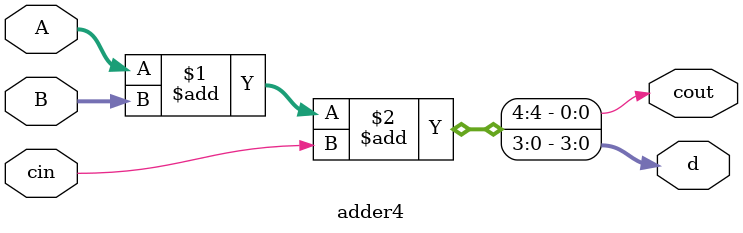
<source format=v>

module Alu(X,Y,Z,Sign,Zero,Carry,Parity,Overflow);
input[15:0] X,Y;
output[15:0] Z;
wire c [3:1];
output Sign,Zero,Carry,Parity,Overflow;
//assign{Carry,Z}=X+Y;
assign Sign=Z[15];
assign Zero=~|Z;
assign Parity=~^Z;
assign Overflow=(X[15]&Y[15]&~Z[15])|(~X[15]&~Y[15]&Z[15]);
adder4 A0(Z[3:0],c[1],X[3:0],Y[3:0]);
adder4 A1(Z[7:4],c[1],X[7:4],Y[7:4],c[1]);
adder4 A2(Z[11:8],c[3],X[11:8],Y[11:8],c[2]);
adder4 A3(Z[15:12],Carry,X[15:12],Y[15:12],c[3]);
endmodule


module adder4(d,cout,A,B,cin);
input[3:0] A,B;
input cin;
output cout;
output[3:0] d;
assign{cout,d}=A+B+cin;
endmodule


</source>
